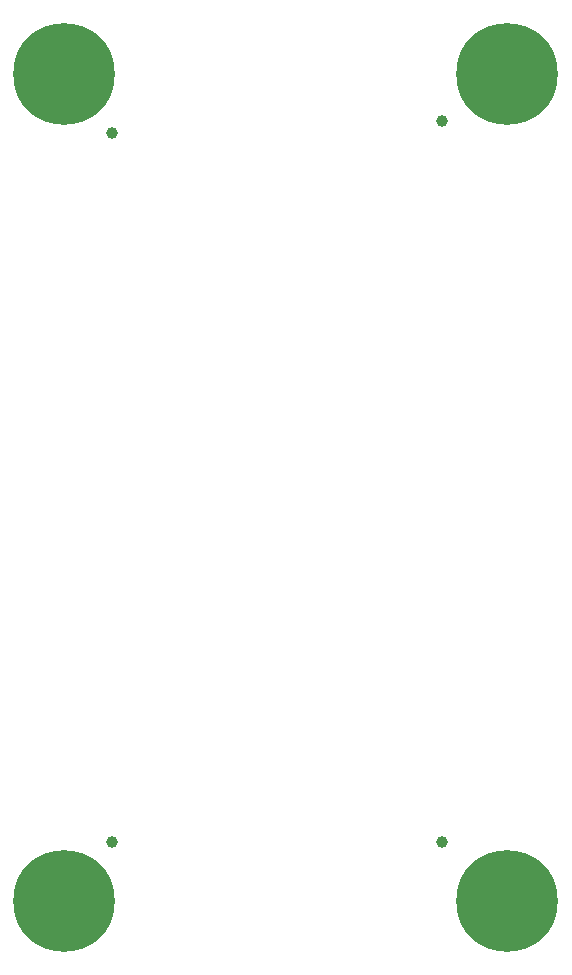
<source format=gbr>
%TF.GenerationSoftware,KiCad,Pcbnew,(5.1.6)-1*%
%TF.CreationDate,2020-10-09T05:33:10-04:00*%
%TF.ProjectId,RFID_PROJECT_PHASE-SHIFTER,52464944-5f50-4524-9f4a-4543545f5048,B*%
%TF.SameCoordinates,Original*%
%TF.FileFunction,Copper,L3,Inr*%
%TF.FilePolarity,Positive*%
%FSLAX46Y46*%
G04 Gerber Fmt 4.6, Leading zero omitted, Abs format (unit mm)*
G04 Created by KiCad (PCBNEW (5.1.6)-1) date 2020-10-09 05:33:10*
%MOMM*%
%LPD*%
G01*
G04 APERTURE LIST*
%TA.AperFunction,ViaPad*%
%ADD10C,0.900000*%
%TD*%
%TA.AperFunction,ViaPad*%
%ADD11C,8.600000*%
%TD*%
%TA.AperFunction,ViaPad*%
%ADD12C,1.000000*%
%TD*%
G04 APERTURE END LIST*
D10*
%TO.N,N/C*%
%TO.C,H8*%
X173780419Y-125219581D03*
X171500000Y-124275000D03*
X169219581Y-125219581D03*
X168275000Y-127500000D03*
X169219581Y-129780419D03*
X171500000Y-130725000D03*
X173780419Y-129780419D03*
X174725000Y-127500000D03*
D11*
X171500000Y-127500000D03*
%TD*%
D10*
%TO.N,N/C*%
%TO.C,H7*%
X136280419Y-125219581D03*
X134000000Y-124275000D03*
X131719581Y-125219581D03*
X130775000Y-127500000D03*
X131719581Y-129780419D03*
X134000000Y-130725000D03*
X136280419Y-129780419D03*
X137225000Y-127500000D03*
D11*
X134000000Y-127500000D03*
%TD*%
D10*
%TO.N,N/C*%
%TO.C,H6*%
X173780419Y-55219581D03*
X171500000Y-54275000D03*
X169219581Y-55219581D03*
X168275000Y-57500000D03*
X169219581Y-59780419D03*
X171500000Y-60725000D03*
X173780419Y-59780419D03*
X174725000Y-57500000D03*
D11*
X171500000Y-57500000D03*
%TD*%
D10*
%TO.N,N/C*%
%TO.C,H5*%
X136280419Y-55219581D03*
X134000000Y-54275000D03*
X131719581Y-55219581D03*
X130775000Y-57500000D03*
X131719581Y-59780419D03*
X134000000Y-60725000D03*
X136280419Y-59780419D03*
X137225000Y-57500000D03*
D11*
X134000000Y-57500000D03*
%TD*%
D12*
%TO.N,GND1*%
X138000000Y-62500000D03*
X166000000Y-61500000D03*
X166000000Y-122500000D03*
X138000000Y-122500000D03*
%TD*%
M02*

</source>
